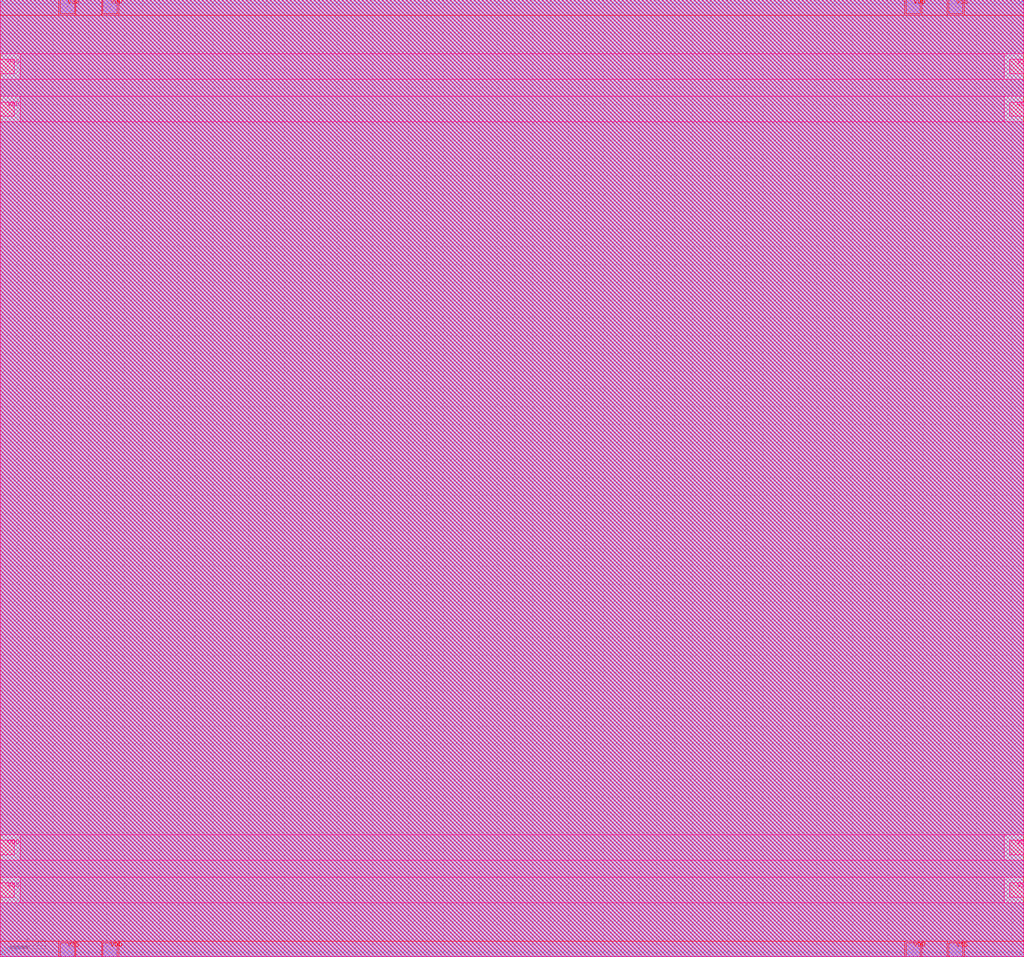
<source format=lef>
###############################################################
#  Generated by:      Cadence Innovus 20.13-s083_1
#  OS:                Linux x86_64(Host ID rice-503-20-north)
#  Generated on:      Tue May 17 16:23:02 2022
#  Design:            bgr_top
#  Command:           write_lef_abstract -5.8 -extractBlockObs /home/users/xingyuni/ee372/aloe-sky130/aloe/layout/output/lef/BGR_V1_1_34.lef
###############################################################

VERSION 5.8 ;

BUSBITCHARS "[]" ;
DIVIDERCHAR "/" ;

MACRO bgr_top
  CLASS BLOCK ;
  SIZE 288.420000 BY 269.620000 ;
  FOREIGN bgr_top 0.000000 0.000000 ;
  ORIGIN 0 0 ;
  SYMMETRY X Y R90 ;
  PIN porst
    DIRECTION INPUT ;
    USE SIGNAL ;
    PORT
      LAYER met3 ;
        RECT 0.000000 0.560000 0.800000 0.860000 ;
    END
  END porst
  PIN va
    DIRECTION OUTPUT ;
    USE SIGNAL ;
    PORT
      LAYER met3 ;
        RECT 0.000000 268.960000 0.800000 269.260000 ;
    END
  END va
  PIN vb
    DIRECTION OUTPUT ;
    USE SIGNAL ;
    PORT
      LAYER met3 ;
        RECT 287.620000 268.960000 288.420000 269.260000 ;
    END
  END vb
  PIN vbg
    DIRECTION OUTPUT ;
    USE SIGNAL ;
    PORT
      LAYER met3 ;
        RECT 287.620000 0.560000 288.420000 0.860000 ;
    END
  END vbg
  PIN VDD
    DIRECTION INOUT ;
    USE POWER ;
    PORT
      LAYER met4 ;
        RECT 28.940000 0.000000 32.940000 4.000000 ;
    END
    PORT
      LAYER met4 ;
        RECT 28.940000 265.620000 32.940000 269.620000 ;
    END
    PORT
      LAYER met4 ;
        RECT 255.230000 0.000000 259.230000 4.000000 ;
    END
    PORT
      LAYER met4 ;
        RECT 255.230000 265.620000 259.230000 269.620000 ;
    END
    PORT
      LAYER met5 ;
        RECT 0.000000 28.800000 4.000000 32.800000 ;
    END
    PORT
      LAYER met5 ;
        RECT 284.420000 28.800000 288.420000 32.800000 ;
    END
    PORT
      LAYER met5 ;
        RECT 0.000000 236.800000 4.000000 240.800000 ;
    END
    PORT
      LAYER met5 ;
        RECT 284.420000 236.800000 288.420000 240.800000 ;
    END
  END VDD
  PIN VSS
    DIRECTION INOUT ;
    USE GROUND ;
    PORT
      LAYER met4 ;
        RECT 16.940000 0.000000 20.940000 4.000000 ;
    END
    PORT
      LAYER met4 ;
        RECT 16.940000 265.620000 20.940000 269.620000 ;
    END
    PORT
      LAYER met4 ;
        RECT 267.230000 0.000000 271.230000 4.000000 ;
    END
    PORT
      LAYER met4 ;
        RECT 267.230000 265.620000 271.230000 269.620000 ;
    END
    PORT
      LAYER met5 ;
        RECT 0.000000 16.800000 4.000000 20.800000 ;
    END
    PORT
      LAYER met5 ;
        RECT 284.420000 16.800000 288.420000 20.800000 ;
    END
    PORT
      LAYER met5 ;
        RECT 0.000000 248.800000 4.000000 252.800000 ;
    END
    PORT
      LAYER met5 ;
        RECT 284.420000 248.800000 288.420000 252.800000 ;
    END
  END VSS
  OBS
    LAYER li1 ;
      RECT 0.000000 0.000000 288.420000 269.620000 ;
    LAYER met1 ;
      RECT 0.000000 0.000000 288.420000 269.620000 ;
    LAYER met2 ;
      RECT 0.000000 0.000000 288.420000 269.620000 ;
    LAYER met3 ;
      RECT 1.200000 268.560000 287.220000 269.620000 ;
      RECT 0.000000 1.260000 288.420000 268.560000 ;
      RECT 1.200000 0.160000 287.220000 1.260000 ;
      RECT 0.000000 0.000000 288.420000 0.160000 ;
    LAYER met4 ;
      RECT 271.630000 265.220000 288.420000 269.620000 ;
      RECT 259.630000 265.220000 266.830000 269.620000 ;
      RECT 33.340000 265.220000 254.830000 269.620000 ;
      RECT 21.340000 265.220000 28.540000 269.620000 ;
      RECT 0.000000 265.220000 16.540000 269.620000 ;
      RECT 0.000000 4.400000 288.420000 265.220000 ;
      RECT 271.630000 0.000000 288.420000 4.400000 ;
      RECT 259.630000 0.000000 266.830000 4.400000 ;
      RECT 33.340000 0.000000 254.830000 4.400000 ;
      RECT 21.340000 0.000000 28.540000 4.400000 ;
      RECT 0.000000 0.000000 16.540000 4.400000 ;
    LAYER met5 ;
      RECT 0.000000 254.400000 288.420000 269.620000 ;
      RECT 5.600000 247.200000 282.820000 254.400000 ;
      RECT 0.000000 242.400000 288.420000 247.200000 ;
      RECT 5.600000 235.200000 282.820000 242.400000 ;
      RECT 0.000000 34.400000 288.420000 235.200000 ;
      RECT 5.600000 27.200000 282.820000 34.400000 ;
      RECT 0.000000 22.400000 288.420000 27.200000 ;
      RECT 5.600000 15.200000 282.820000 22.400000 ;
      RECT 0.000000 0.000000 288.420000 15.200000 ;
  END
END bgr_top

END LIBRARY

</source>
